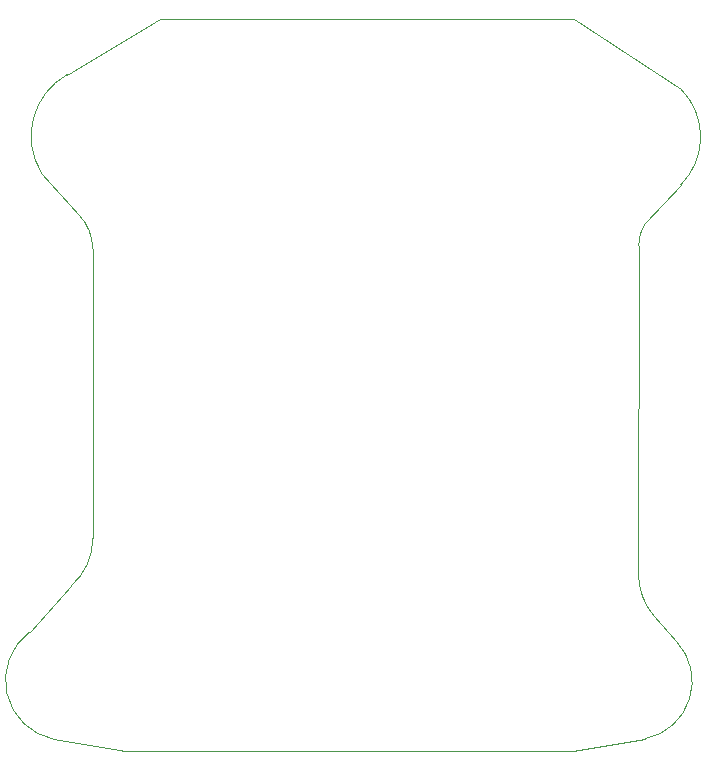
<source format=gbr>
%TF.GenerationSoftware,KiCad,Pcbnew,7.0.7*%
%TF.CreationDate,2023-09-24T14:06:49+13:00*%
%TF.ProjectId,MAIN BOARD,4d41494e-2042-44f4-9152-442e6b696361,rev?*%
%TF.SameCoordinates,Original*%
%TF.FileFunction,Profile,NP*%
%FSLAX46Y46*%
G04 Gerber Fmt 4.6, Leading zero omitted, Abs format (unit mm)*
G04 Created by KiCad (PCBNEW 7.0.7) date 2023-09-24 14:06:49*
%MOMM*%
%LPD*%
G01*
G04 APERTURE LIST*
%TA.AperFunction,Profile*%
%ADD10C,0.100000*%
%TD*%
G04 APERTURE END LIST*
D10*
X124938981Y-78019175D02*
X128158817Y-81645871D01*
X129286000Y-84455000D02*
G75*
G03*
X128158817Y-81645871I-4064000J0D01*
G01*
X127127001Y-69723002D02*
G75*
G03*
X124938982Y-78019175I2920999J-5206998D01*
G01*
X179074923Y-79074923D02*
X176070833Y-82327848D01*
X176070833Y-82327848D02*
G75*
G03*
X175514000Y-84201000I2872167J-1873152D01*
G01*
X170000000Y-65000000D02*
X179074923Y-70925077D01*
X179074923Y-79074923D02*
G75*
G03*
X179074923Y-70925077I-4074923J4074923D01*
G01*
X176824087Y-115579354D02*
X178700000Y-117700000D01*
X175499998Y-112000001D02*
G75*
G03*
X176824087Y-115579354I5500001J1D01*
G01*
X127471132Y-113005152D02*
G75*
G03*
X129300000Y-109000000I-3471132J4005152D01*
G01*
X176071126Y-125955606D02*
G75*
G03*
X178700000Y-117700000I-971126J4855606D01*
G01*
X123940589Y-116920785D02*
G75*
G03*
X126000000Y-125999998I3059411J-4079215D01*
G01*
X135000000Y-65000000D02*
X127127000Y-69723001D01*
X132040000Y-127000000D02*
X169960000Y-127000000D01*
X126000000Y-125999999D02*
X132040000Y-127000000D01*
X129286000Y-84455000D02*
X129300000Y-109000000D01*
X170000000Y-65000000D02*
X135000000Y-65000000D01*
X175499998Y-112000001D02*
X175514000Y-84201000D01*
X127471132Y-113005152D02*
X123940589Y-116920785D01*
X169960000Y-127000000D02*
X176071126Y-125955606D01*
M02*

</source>
